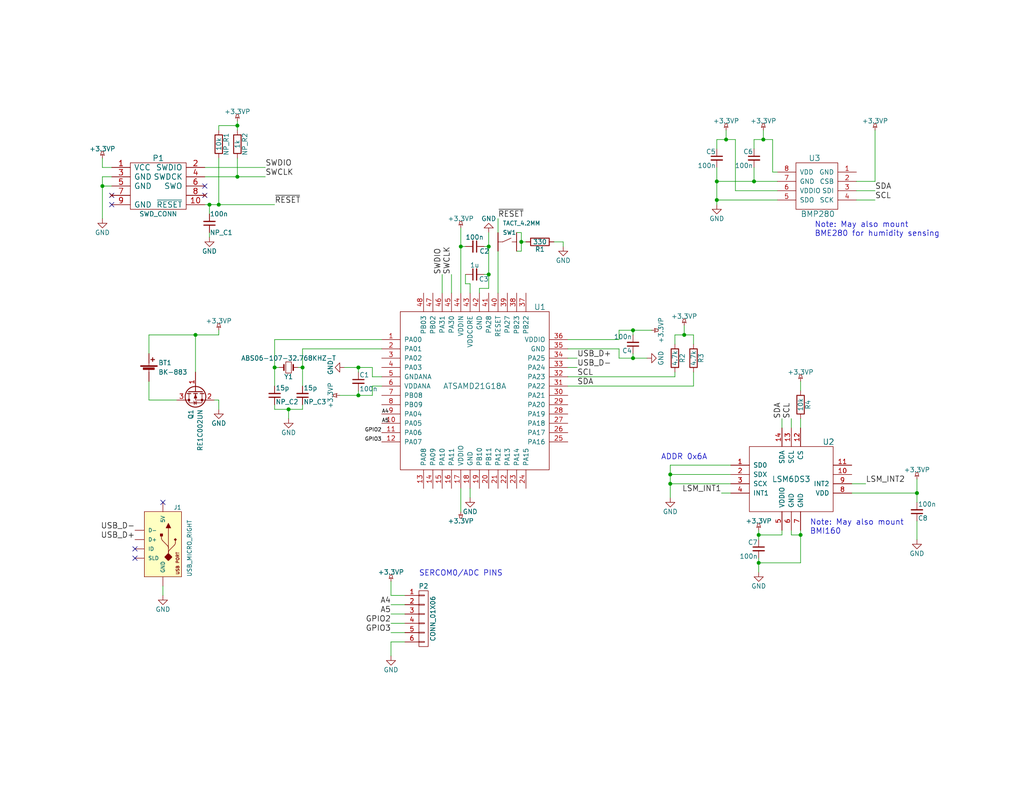
<source format=kicad_sch>
(kicad_sch (version 20230121) (generator eeschema)
  (paper "USLetter")
  (lib_symbols
    (symbol "rocket-d21-rescue:+3.3VP" (power) (pin_names (offset 0))
      (property "Value" "+3.3VP" (at 0 2.54 0))
      (symbol "+3.3VP_0_0"
        (pin power_in line (at 0 0 90) (length 0) hide (name "+3.3VP") (number "1"))
      )
      (symbol "+3.3VP_0_1"
        (polyline (pts (xy 0 0) (xy 0 1.016) (xy 0 1.016)))
        (polyline (pts (xy 0.508 0.762) (xy 0 1.016) (xy -0.508 0.762) (xy -0.254 1.778) (xy 0.254 1.778) (xy 0.508 0.762) (xy 0.508 0.762)))
      )
    )
    (symbol "rocket-d21-rescue:ATSAMD21G" (pin_names (offset 1.016))
      (property "Reference" "U" (at 17.78 21.59 0))
      (property "Value" "ATSAMD21G" (at 0 0 0))
      (symbol "ATSAMD21G_0_1"
        (rectangle (start -20.32 20.32) (end 20.32 -22.86))
      )
      (symbol "ATSAMD21G_1_1"
        (pin input line (at -25.4 12.7 0) (length 5.08) (name "PA00") (number "1"))
        (pin input line (at -25.4 -10.16 0) (length 5.08) (name "PA05") (number "10"))
        (pin input line (at -25.4 -12.7 0) (length 5.08) (name "PA06") (number "11"))
        (pin input line (at -25.4 -15.24 0) (length 5.08) (name "PA07") (number "12"))
        (pin input line (at -13.97 -27.94 90) (length 5.08) (name "PA08") (number "13"))
        (pin input line (at -11.43 -27.94 90) (length 5.08) (name "PA09") (number "14"))
        (pin input line (at -8.89 -27.94 90) (length 5.08) (name "PA10") (number "15"))
        (pin input line (at -6.35 -27.94 90) (length 5.08) (name "PA11") (number "16"))
        (pin input line (at -3.81 -27.94 90) (length 5.08) (name "VDDIO") (number "17"))
        (pin input line (at -1.27 -27.94 90) (length 5.08) (name "GND") (number "18"))
        (pin input line (at 1.27 -27.94 90) (length 5.08) (name "PB10") (number "19"))
        (pin input line (at -25.4 10.16 0) (length 5.08) (name "PA01") (number "2"))
        (pin input line (at 3.81 -27.94 90) (length 5.08) (name "PB11") (number "20"))
        (pin input line (at 6.35 -27.94 90) (length 5.08) (name "PA12") (number "21"))
        (pin input line (at 8.89 -27.94 90) (length 5.08) (name "PA13") (number "22"))
        (pin input line (at 11.43 -27.94 90) (length 5.08) (name "PA14") (number "23"))
        (pin input line (at 13.97 -27.94 90) (length 5.08) (name "PA15") (number "24"))
        (pin input line (at 25.4 -15.24 180) (length 5.08) (name "PA16") (number "25"))
        (pin input line (at 25.4 -12.7 180) (length 5.08) (name "PA17") (number "26"))
        (pin input line (at 25.4 -10.16 180) (length 5.08) (name "PA18") (number "27"))
        (pin input line (at 25.4 -7.62 180) (length 5.08) (name "PA19") (number "28"))
        (pin input line (at 25.4 -5.08 180) (length 5.08) (name "PA20") (number "29"))
        (pin input line (at -25.4 7.62 0) (length 5.08) (name "PA02") (number "3"))
        (pin input line (at 25.4 -2.54 180) (length 5.08) (name "PA21") (number "30"))
        (pin input line (at 25.4 0 180) (length 5.08) (name "PA22") (number "31"))
        (pin input line (at 25.4 2.54 180) (length 5.08) (name "PA23") (number "32"))
        (pin input line (at 25.4 5.08 180) (length 5.08) (name "PA24") (number "33"))
        (pin input line (at 25.4 7.62 180) (length 5.08) (name "PA25") (number "34"))
        (pin input line (at 25.4 10.16 180) (length 5.08) (name "GND") (number "35"))
        (pin input line (at 25.4 12.7 180) (length 5.08) (name "VDDIO") (number "36"))
        (pin input line (at 13.97 25.4 270) (length 5.08) (name "PB22") (number "37"))
        (pin input line (at 11.43 25.4 270) (length 5.08) (name "PB23") (number "38"))
        (pin input line (at 8.89 25.4 270) (length 5.08) (name "PA27") (number "39"))
        (pin input line (at -25.4 5.08 0) (length 5.08) (name "PA03") (number "4"))
        (pin input line (at 6.35 25.4 270) (length 5.08) (name "RESET") (number "40"))
        (pin input line (at 3.81 25.4 270) (length 5.08) (name "PA28") (number "41"))
        (pin input line (at 1.27 25.4 270) (length 5.08) (name "GND") (number "42"))
        (pin input line (at -1.27 25.4 270) (length 5.08) (name "VDDCORE") (number "43"))
        (pin input line (at -3.81 25.4 270) (length 5.08) (name "VDDIN") (number "44"))
        (pin input line (at -6.35 25.4 270) (length 5.08) (name "PA30") (number "45"))
        (pin input line (at -8.89 25.4 270) (length 5.08) (name "PA31") (number "46"))
        (pin input line (at -11.43 25.4 270) (length 5.08) (name "PB02") (number "47"))
        (pin input line (at -13.97 25.4 270) (length 5.08) (name "PB03") (number "48"))
        (pin input line (at -25.4 2.54 0) (length 5.08) (name "GNDANA") (number "5"))
        (pin input line (at -25.4 0 0) (length 5.08) (name "VDDANA") (number "6"))
        (pin input line (at -25.4 -2.54 0) (length 5.08) (name "PB08") (number "7"))
        (pin input line (at -25.4 -5.08 0) (length 5.08) (name "PB09") (number "8"))
        (pin input line (at -25.4 -7.62 0) (length 5.08) (name "PA04") (number "9"))
      )
    )
    (symbol "rocket-d21-rescue:BMP280" (pin_names (offset 1.016))
      (property "Reference" "U" (at 0 7.62 0))
      (property "Value" "BMP280" (at -3.81 -7.62 0))
      (symbol "BMP280_0_1"
        (rectangle (start -5.08 6.35) (end 6.35 -6.35))
      )
      (symbol "BMP280_1_1"
        (pin input line (at 11.43 3.81 180) (length 5.08) (name "GND") (number "1"))
        (pin input line (at 11.43 1.27 180) (length 5.08) (name "CSB") (number "2"))
        (pin input line (at 11.43 -1.27 180) (length 5.08) (name "SDI") (number "3"))
        (pin input line (at 11.43 -3.81 180) (length 5.08) (name "SCK") (number "4"))
        (pin input line (at -10.16 -3.81 0) (length 5.08) (name "SDO") (number "5"))
        (pin input line (at -10.16 -1.27 0) (length 5.08) (name "VDDIO") (number "6"))
        (pin input line (at -10.16 1.27 0) (length 5.08) (name "GND") (number "7"))
        (pin input line (at -10.16 3.81 0) (length 5.08) (name "VDD") (number "8"))
      )
    )
    (symbol "rocket-d21-rescue:Battery_Cell" (pin_numbers hide) (pin_names (offset 0) hide)
      (property "Reference" "BT" (at 2.54 2.54 0))
      (property "Value" "Battery_Cell" (at 2.54 0 0))
      (symbol "Battery_Cell_0_1"
        (rectangle (start -2.286 1.778) (end 2.286 1.524) (fill (type outline)))
        (rectangle (start -1.5748 1.1938) (end 1.4732 0.6858) (fill (type outline)))
        (polyline (pts (xy 0 0.762) (xy 0 0)))
        (polyline (pts (xy 0 1.778) (xy 0 2.54)))
        (polyline (pts (xy 0.508 3.429) (xy 1.524 3.429)) (stroke (width 0.254)))
        (polyline (pts (xy 1.016 3.937) (xy 1.016 2.921)) (stroke (width 0.254)))
      )
      (symbol "Battery_Cell_1_1"
        (pin passive line (at 0 5.08 270) (length 2.54) (name "+") (number "1"))
        (pin passive line (at 0 -2.54 90) (length 2.54) (name "-") (number "2"))
      )
    )
    (symbol "rocket-d21-rescue:CONN_01X06" (pin_names (offset 1.016) hide)
      (property "Reference" "P" (at 0 8.89 0))
      (property "Value" "CONN_01X06" (at 2.54 0 90))
      (symbol "CONN_01X06_0_1"
        (rectangle (start -1.27 -6.223) (end 0.254 -6.477))
        (rectangle (start -1.27 -3.683) (end 0.254 -3.937))
        (rectangle (start -1.27 -1.143) (end 0.254 -1.397))
        (rectangle (start -1.27 1.397) (end 0.254 1.143))
        (rectangle (start -1.27 3.937) (end 0.254 3.683))
        (rectangle (start -1.27 6.477) (end 0.254 6.223))
        (rectangle (start -1.27 7.62) (end 1.27 -7.62))
      )
      (symbol "CONN_01X06_1_1"
        (pin passive line (at -5.08 6.35 0) (length 3.81) (name "P1") (number "1"))
        (pin passive line (at -5.08 3.81 0) (length 3.81) (name "P2") (number "2"))
        (pin passive line (at -5.08 1.27 0) (length 3.81) (name "P3") (number "3"))
        (pin passive line (at -5.08 -1.27 0) (length 3.81) (name "P4") (number "4"))
        (pin passive line (at -5.08 -3.81 0) (length 3.81) (name "P5") (number "5"))
        (pin passive line (at -5.08 -6.35 0) (length 3.81) (name "P6") (number "6"))
      )
    )
    (symbol "rocket-d21-rescue:C_Small" (pin_numbers hide) (pin_names (offset 0.254) hide)
      (property "Reference" "C" (at 0.254 1.778 0))
      (property "Value" "C_Small" (at 0.254 -2.032 0))
      (symbol "C_Small_0_1"
        (polyline (pts (xy -1.524 -0.508) (xy 1.524 -0.508)) (stroke (width 0.3302)))
        (polyline (pts (xy -1.524 0.508) (xy 1.524 0.508)) (stroke (width 0.3048)))
      )
      (symbol "C_Small_1_1"
        (pin passive line (at 0 2.54 270) (length 2.032) (name "~") (number "1"))
        (pin passive line (at 0 -2.54 90) (length 2.032) (name "~") (number "2"))
      )
    )
    (symbol "rocket-d21-rescue:Crystal_Small" (pin_numbers hide) (pin_names (offset 1.016) hide)
      (property "Reference" "Y" (at 0 2.54 0))
      (property "Value" "Crystal_Small" (at 0 -2.54 0))
      (symbol "Crystal_Small_0_1"
        (rectangle (start -0.762 -1.524) (end 0.762 1.524))
        (polyline (pts (xy -1.27 -0.762) (xy -1.27 0.762)) (stroke (width 0.381)))
        (polyline (pts (xy 1.27 -0.762) (xy 1.27 0.762)) (stroke (width 0.381)))
      )
      (symbol "Crystal_Small_1_1"
        (pin passive line (at -2.54 0 0) (length 1.27) (name "1") (number "1"))
        (pin passive line (at 2.54 0 180) (length 1.27) (name "2") (number "2"))
      )
    )
    (symbol "rocket-d21-rescue:GND" (power) (pin_names (offset 0))
      (property "Value" "GND" (at 0 -3.81 0))
      (symbol "GND_0_1"
        (polyline (pts (xy 0 0) (xy 0 -1.27) (xy 1.27 -1.27) (xy 0 -2.54) (xy -1.27 -1.27) (xy 0 -1.27)))
      )
      (symbol "GND_1_1"
        (pin power_in line (at 0 0 270) (length 0) hide (name "GND") (number "1"))
      )
    )
    (symbol "rocket-d21-rescue:LSM6DS3" (pin_names (offset 1.016))
      (property "Reference" "U" (at 8.89 8.89 0))
      (property "Value" "LSM6DS3" (at -1.27 -1.27 0))
      (symbol "LSM6DS3_0_1"
        (rectangle (start -12.7 7.62) (end 10.16 -10.16))
      )
      (symbol "LSM6DS3_1_1"
        (pin input line (at -17.78 2.54 0) (length 5.08) (name "SD0") (number "1"))
        (pin input line (at 15.24 0 180) (length 5.08) (name "~") (number "10"))
        (pin input line (at 15.24 2.54 180) (length 5.08) (name "~") (number "11"))
        (pin input line (at 1.27 12.7 270) (length 5.08) (name "CS") (number "12"))
        (pin input line (at -1.27 12.7 270) (length 5.08) (name "SCL") (number "13"))
        (pin input line (at -3.81 12.7 270) (length 5.08) (name "SDA") (number "14"))
        (pin input line (at -17.78 0 0) (length 5.08) (name "SDX") (number "2"))
        (pin input line (at -17.78 -2.54 0) (length 5.08) (name "SCX") (number "3"))
        (pin input line (at -17.78 -5.08 0) (length 5.08) (name "INT1") (number "4"))
        (pin input line (at -3.81 -15.24 90) (length 5.08) (name "VDDIO") (number "5"))
        (pin input line (at -1.27 -15.24 90) (length 5.08) (name "GND") (number "6"))
        (pin input line (at 1.27 -15.24 90) (length 5.08) (name "GND") (number "7"))
        (pin input line (at 15.24 -5.08 180) (length 5.08) (name "VDD") (number "8"))
        (pin input line (at 15.24 -2.54 180) (length 5.08) (name "INT2") (number "9"))
      )
    )
    (symbol "rocket-d21-rescue:Q_NMOS_GSD" (pin_names (offset 0) hide)
      (property "Reference" "Q" (at 5.08 1.27 0))
      (property "Value" "Q_NMOS_GSD" (at 5.08 -1.27 0))
      (symbol "Q_NMOS_GSD_0_1"
        (polyline (pts (xy 0.762 -1.778) (xy 2.54 -1.778)))
        (polyline (pts (xy 0.762 -1.27) (xy 0.762 -2.286)) (stroke (width 0.254)))
        (polyline (pts (xy 0.762 0) (xy 2.54 0)))
        (polyline (pts (xy 0.762 0.508) (xy 0.762 -0.508)) (stroke (width 0.254)))
        (polyline (pts (xy 0.762 1.778) (xy 2.54 1.778)))
        (polyline (pts (xy 0.762 2.286) (xy 0.762 1.27)) (stroke (width 0.254)))
        (polyline (pts (xy 2.54 -1.778) (xy 2.54 -2.54)))
        (polyline (pts (xy 2.54 -1.778) (xy 2.54 0)))
        (polyline (pts (xy 2.54 2.54) (xy 2.54 1.778)))
        (polyline (pts (xy 0.254 1.905) (xy 0.254 -1.905) (xy 0.254 -1.905)) (stroke (width 0.254)))
        (polyline (pts (xy 1.016 0) (xy 2.032 0.381) (xy 2.032 -0.381) (xy 1.016 0)) (fill (type outline)))
        (polyline (pts (xy 2.54 -1.778) (xy 3.302 -1.778) (xy 3.302 1.778) (xy 2.54 1.778)))
        (polyline (pts (xy 2.794 0.508) (xy 2.921 0.381) (xy 3.683 0.381) (xy 3.81 0.254)))
        (polyline (pts (xy 3.302 0.381) (xy 2.921 -0.254) (xy 3.683 -0.254) (xy 3.302 0.381)))
        (circle (center 1.651 0) (radius 2.8194) (stroke (width 0.254)))
        (circle (center 2.54 -1.778) (radius 0.2794) (fill (type outline)))
        (circle (center 2.54 1.778) (radius 0.2794) (fill (type outline)))
      )
      (symbol "Q_NMOS_GSD_1_1"
        (pin input line (at -5.08 0 0) (length 5.334) (name "G") (number "1"))
        (pin passive line (at 2.54 -5.08 90) (length 2.54) (name "S") (number "2"))
        (pin passive line (at 2.54 5.08 270) (length 2.54) (name "D") (number "3"))
      )
    )
    (symbol "rocket-d21-rescue:R" (pin_numbers hide) (pin_names (offset 0))
      (property "Reference" "R" (at 2.032 0 90))
      (property "Value" "R" (at 0 0 90))
      (symbol "R_0_1"
        (rectangle (start -1.016 -2.54) (end 1.016 2.54) (stroke (width 0.254)))
      )
      (symbol "R_1_1"
        (pin passive line (at 0 3.81 270) (length 1.27) (name "~") (number "1"))
        (pin passive line (at 0 -3.81 90) (length 1.27) (name "~") (number "2"))
      )
    )
    (symbol "rocket-d21-rescue:SWD_CONN-RESCUE-rocket-d21" (pin_names (offset 1.016))
      (property "Reference" "P" (at 0 7.62 0))
      (property "Value" "SWD_CONN-RESCUE-rocket-d21" (at 0 -7.62 0))
      (symbol "SWD_CONN-RESCUE-rocket-d21_0_0"
        (rectangle (start -7.62 6.35) (end 7.62 -6.35))
      )
      (symbol "SWD_CONN-RESCUE-rocket-d21_1_1"
        (pin passive line (at -12.7 5.08 0) (length 5.08) (name "VCC") (number "1"))
        (pin passive line (at 12.7 -5.08 180) (length 5.08) (name "~{RESET}") (number "10"))
        (pin passive line (at 12.7 5.08 180) (length 5.08) (name "SWDIO") (number "2"))
        (pin passive line (at -12.7 2.54 0) (length 5.08) (name "GND") (number "3"))
        (pin passive line (at 12.7 2.54 180) (length 5.0038) (name "SWDCK") (number "4"))
        (pin passive line (at -12.7 0 0) (length 5.08) (name "GND") (number "5"))
        (pin passive line (at 12.7 0 180) (length 5.08) (name "SWO") (number "6"))
        (pin no_connect line (at -12.7 -2.54 0) (length 5.08) (name "~") (number "7"))
        (pin no_connect line (at 12.7 -2.54 180) (length 5.08) (name "~") (number "8"))
        (pin passive line (at -12.7 -5.08 0) (length 5.08) (name "GND") (number "9"))
      )
    )
    (symbol "rocket-d21-rescue:TACT_4.2MM" (pin_numbers hide) (pin_names (offset 1.016) hide)
      (property "Reference" "SW" (at -2.794 7.112 0))
      (property "Value" "TACT_4.2MM" (at -2.794 5.334 0))
      (symbol "TACT_4.2MM_1_0"
        (polyline (pts (xy -2.54 2.54) (xy 0 2.54)))
        (polyline (pts (xy 0 -2.54) (xy -2.54 -2.54)))
        (polyline (pts (xy 0 -2.54) (xy 0 -1.27)))
        (polyline (pts (xy 0 -1.27) (xy -1.016 1.016)))
        (polyline (pts (xy 0 2.54) (xy 0 1.27)))
        (polyline (pts (xy 0 2.54) (xy 2.54 2.54)))
        (polyline (pts (xy 2.54 -2.54) (xy 0 -2.54)))
      )
      (symbol "TACT_4.2MM_1_1"
        (pin bidirectional line (at -2.54 2.54 0) (length 2.54) (name "1") (number "1"))
        (pin bidirectional line (at 2.54 2.54 180) (length 2.54) (name "2") (number "2"))
        (pin bidirectional line (at -2.54 -2.54 0) (length 2.54) (name "3") (number "3"))
        (pin bidirectional line (at 2.54 -2.54 180) (length 2.54) (name "4") (number "4"))
      )
    )
    (symbol "rocket-d21-rescue:USB_MICRO_RIGHT" (pin_numbers hide) (pin_names (offset 1.016))
      (property "Reference" "J" (at -5.08 8.128 0))
      (property "Value" "USB_MICRO_RIGHT" (at -6.604 -10.16 90))
      (symbol "USB_MICRO_RIGHT_0_1"
        (rectangle (start -5.08 7.62) (end 5.08 -10.16) (fill (type background)))
      )
      (symbol "USB_MICRO_RIGHT_1_0"
        (polyline (pts (xy -3.4036 0) (xy -3.4036 -0.8382)))
        (polyline (pts (xy -3.0988 -1.5494) (xy -1.778 -2.8702)))
        (polyline (pts (xy -1.4986 -3.81) (xy -1.4986 -3.5814)))
        (polyline (pts (xy -1.4986 -3.5814) (xy -1.4986 -2.3114)))
        (polyline (pts (xy -1.4986 -2.3114) (xy -1.4986 3.175)))
        (polyline (pts (xy 0.1016 -0.2794) (xy -1.1938 -1.6002)))
        (polyline (pts (xy 0.4064 1.27) (xy 0.4064 0.4064)))
        (text "USB PORT" (at -4.0386 -6.4516 900) (effects (font (size 0.8128 0.8128))))
      )
      (symbol "USB_MICRO_RIGHT_1_1"
        (arc (start -3.4036 -0.8382) (mid -3.3263 -1.227) (end -3.0988 -1.5494))
        (arc (start -1.4986 -3.5814) (mid -1.5726 -3.2008) (end -1.778 -2.8702))
        (arc (start -1.1938 -1.6002) (mid -1.4118 -1.9265) (end -1.4986 -2.3114))
        (polyline (pts (xy -2.1336 3.175) (xy -1.4986 4.445) (xy -1.4986 4.445) (xy -0.8636 3.175) (xy -0.8636 3.175) (xy -2.1336 3.175)) (fill (type outline)))
        (polyline (pts (xy -3.4036 0.3048) (xy -3.0734 0) (xy -3.0734 0) (xy -3.4036 -0.3048) (xy -3.4036 -0.3048) (xy -3.7084 0) (xy -3.7084 0) (xy -3.4036 0.3048)) (fill (type outline)))
        (polyline (pts (xy 0.0762 1.5748) (xy 0.0762 0.9398) (xy 0.0762 0.9398) (xy 0.7112 0.9398) (xy 0.7112 0.9398) (xy 0.7112 1.5748) (xy 0.7112 1.5748) (xy 0.0762 1.5748)) (fill (type outline)))
        (polyline (pts (xy -1.4224 -5.715) (xy -1.5494 -5.715) (xy -1.5494 -5.715) (xy -2.4384 -4.826) (xy -2.4384 -4.826) (xy -2.4384 -4.699) (xy -2.4384 -4.699) (xy -1.5494 -3.81) (xy -1.5494 -3.81) (xy -1.4224 -3.81) (xy -1.4224 -3.81) (xy -0.5334 -4.699) (xy -0.5334 -4.699) (xy -0.5334 -4.826) (xy -0.5334 -4.826) (xy -1.4224 -5.715)) (fill (type outline)))
        (arc (start 0.1016 -0.2794) (mid 0.3066 0.0366) (end 0.4064 0.4064))
        (pin power_in line (at 0 10.16 270) (length 2.54) (name "5V") (number "1"))
        (pin bidirectional line (at 7.62 2.54 180) (length 2.54) (name "D-") (number "2"))
        (pin bidirectional line (at 7.62 0 180) (length 2.54) (name "D+") (number "3"))
        (pin bidirectional line (at 7.62 -2.54 180) (length 2.54) (name "ID") (number "4"))
        (pin power_in line (at 0 -12.7 90) (length 2.54) (name "GND") (number "5"))
        (pin power_in line (at 7.62 -5.08 180) (length 2.54) (name "SLD") (number "S1"))
        (pin power_in line (at 7.62 -5.08 180) (length 2.54) hide (name "SLD") (number "S2"))
        (pin power_in line (at 7.62 -5.08 180) (length 2.54) hide (name "SLD") (number "S3"))
        (pin power_in line (at 7.62 -5.08 180) (length 2.54) hide (name "SLD") (number "S4"))
        (pin power_in line (at 7.62 -5.08 180) (length 2.54) hide (name "SLD") (number "S5"))
        (pin power_in line (at 7.62 -5.08 180) (length 2.54) hide (name "SLD") (number "S6"))
      )
    )
  )
  (junction (at 198.12 38.1))
  (junction (at 195.58 54.61))
  (junction (at 57.15 55.88))
  (junction (at 250.19 134.62))
  (junction (at 182.88 132.08))
  (junction (at 208.28 38.1))
  (junction (at 205.74 49.53))
  (junction (at 74.93 100.33))
  (junction (at 133.35 74.93))
  (junction (at 64.77 34.29))
  (junction (at 172.72 97.79))
  (junction (at 207.01 146.05))
  (junction (at 97.79 100.33))
  (junction (at 82.55 100.33))
  (junction (at 207.01 153.67))
  (junction (at 59.69 55.88))
  (junction (at 125.73 67.31))
  (junction (at 133.35 67.31))
  (junction (at 172.72 90.17))
  (junction (at 27.94 50.8))
  (junction (at 186.69 91.44))
  (junction (at 195.58 49.53))
  (junction (at 142.24 66.04))
  (junction (at 53.34 91.44))
  (junction (at 64.77 48.26))
  (junction (at 182.88 129.54))
  (junction (at 218.44 146.05))
  (junction (at 78.74 111.76))
  (junction (at 97.79 107.95))
  (no_connect (at 30.48 53.34))
  (no_connect (at 30.48 55.88))
  (no_connect (at 36.83 152.4))
  (no_connect (at 44.45 137.16))
  (no_connect (at 36.83 149.86))
  (no_connect (at 55.88 53.34))
  (no_connect (at 55.88 50.8))
  (wire (pts (xy 30.48 48.26) (xy 27.94 48.26)))
  (wire (pts (xy 168.91 90.17) (xy 172.72 90.17)))
  (wire (pts (xy 186.69 91.44) (xy 189.23 91.44)))
  (wire (pts (xy 205.74 38.1) (xy 205.74 40.64)))
  (wire (pts (xy 215.9 144.78) (xy 215.9 146.05)))
  (wire (pts (xy 44.45 160.02) (xy 44.45 162.56)))
  (wire (pts (xy 104.14 105.41) (xy 101.6 105.41)))
  (wire (pts (xy 125.73 62.23) (xy 125.73 67.31)))
  (wire (pts (xy 27.94 43.18) (xy 27.94 45.72)))
  (wire (pts (xy 59.69 109.22) (xy 59.69 111.76)))
  (wire (pts (xy 128.27 77.47) (xy 127 77.47)))
  (wire (pts (xy 59.69 91.44) (xy 59.69 90.17)))
  (wire (pts (xy 82.55 100.33) (xy 82.55 105.41)))
  (wire (pts (xy 64.77 48.26) (xy 72.39 48.26)))
  (wire (pts (xy 110.49 167.64) (xy 106.68 167.64)))
  (wire (pts (xy 218.44 146.05) (xy 218.44 153.67)))
  (wire (pts (xy 215.9 114.3) (xy 215.9 116.84)))
  (wire (pts (xy 97.79 107.95) (xy 97.79 106.68)))
  (wire (pts (xy 212.09 52.07) (xy 200.66 52.07)))
  (wire (pts (xy 168.91 95.25) (xy 168.91 97.79)))
  (wire (pts (xy 213.36 146.05) (xy 213.36 144.78)))
  (wire (pts (xy 172.72 96.52) (xy 172.72 97.79)))
  (wire (pts (xy 143.51 66.04) (xy 142.24 66.04)))
  (wire (pts (xy 64.77 33.02) (xy 64.77 34.29)))
  (wire (pts (xy 195.58 49.53) (xy 195.58 54.61)))
  (wire (pts (xy 218.44 153.67) (xy 207.01 153.67)))
  (wire (pts (xy 57.15 58.42) (xy 57.15 55.88)))
  (wire (pts (xy 250.19 147.32) (xy 250.19 142.24)))
  (wire (pts (xy 74.93 92.71) (xy 104.14 92.71)))
  (wire (pts (xy 130.81 78.74) (xy 130.81 80.01)))
  (wire (pts (xy 218.44 106.68) (xy 218.44 104.14)))
  (wire (pts (xy 128.27 80.01) (xy 128.27 77.47)))
  (wire (pts (xy 110.49 162.56) (xy 106.68 162.56)))
  (wire (pts (xy 218.44 116.84) (xy 218.44 114.3)))
  (wire (pts (xy 133.35 78.74) (xy 130.81 78.74)))
  (wire (pts (xy 238.76 35.56) (xy 238.76 49.53)))
  (wire (pts (xy 74.93 110.49) (xy 74.93 111.76)))
  (wire (pts (xy 57.15 55.88) (xy 59.69 55.88)))
  (wire (pts (xy 78.74 111.76) (xy 78.74 114.3)))
  (wire (pts (xy 184.15 93.98) (xy 184.15 91.44)))
  (wire (pts (xy 153.67 66.04) (xy 151.13 66.04)))
  (wire (pts (xy 212.09 46.99) (xy 210.82 46.99)))
  (wire (pts (xy 27.94 50.8) (xy 30.48 50.8)))
  (wire (pts (xy 195.58 54.61) (xy 212.09 54.61)))
  (wire (pts (xy 142.24 68.58) (xy 140.97 68.58)))
  (wire (pts (xy 172.72 90.17) (xy 177.8 90.17)))
  (wire (pts (xy 127 77.47) (xy 127 74.93)))
  (wire (pts (xy 250.19 130.81) (xy 250.19 134.62)))
  (wire (pts (xy 76.2 100.33) (xy 74.93 100.33)))
  (wire (pts (xy 182.88 127) (xy 182.88 129.54)))
  (wire (pts (xy 189.23 105.41) (xy 189.23 101.6)))
  (wire (pts (xy 128.27 135.89) (xy 128.27 133.35)))
  (wire (pts (xy 154.94 105.41) (xy 189.23 105.41)))
  (wire (pts (xy 82.55 111.76) (xy 82.55 110.49)))
  (wire (pts (xy 101.6 102.87) (xy 104.14 102.87)))
  (wire (pts (xy 154.94 102.87) (xy 184.15 102.87)))
  (wire (pts (xy 195.58 54.61) (xy 195.58 55.88)))
  (wire (pts (xy 207.01 146.05) (xy 213.36 146.05)))
  (wire (pts (xy 59.69 34.29) (xy 64.77 34.29)))
  (wire (pts (xy 182.88 129.54) (xy 199.39 129.54)))
  (wire (pts (xy 208.28 38.1) (xy 205.74 38.1)))
  (wire (pts (xy 53.34 91.44) (xy 53.34 101.6)))
  (wire (pts (xy 40.64 91.44) (xy 53.34 91.44)))
  (wire (pts (xy 238.76 49.53) (xy 233.68 49.53)))
  (wire (pts (xy 101.6 100.33) (xy 101.6 102.87)))
  (wire (pts (xy 97.79 101.6) (xy 97.79 100.33)))
  (wire (pts (xy 27.94 50.8) (xy 27.94 59.69)))
  (wire (pts (xy 205.74 45.72) (xy 205.74 49.53)))
  (wire (pts (xy 135.89 63.5) (xy 135.89 59.69)))
  (wire (pts (xy 218.44 144.78) (xy 218.44 146.05)))
  (wire (pts (xy 142.24 63.5) (xy 142.24 66.04)))
  (wire (pts (xy 232.41 134.62) (xy 250.19 134.62)))
  (wire (pts (xy 110.49 172.72) (xy 106.68 172.72)))
  (wire (pts (xy 133.35 67.31) (xy 133.35 74.93)))
  (wire (pts (xy 120.65 80.01) (xy 120.65 74.93)))
  (wire (pts (xy 168.91 97.79) (xy 172.72 97.79)))
  (wire (pts (xy 64.77 34.29) (xy 64.77 35.56)))
  (wire (pts (xy 182.88 132.08) (xy 199.39 132.08)))
  (wire (pts (xy 82.55 95.25) (xy 82.55 100.33)))
  (wire (pts (xy 97.79 107.95) (xy 92.71 107.95)))
  (wire (pts (xy 40.64 109.22) (xy 40.64 104.14)))
  (wire (pts (xy 74.93 111.76) (xy 78.74 111.76)))
  (wire (pts (xy 106.68 175.26) (xy 106.68 179.07)))
  (wire (pts (xy 233.68 52.07) (xy 238.76 52.07)))
  (wire (pts (xy 55.88 55.88) (xy 57.15 55.88)))
  (wire (pts (xy 189.23 91.44) (xy 189.23 93.98)))
  (wire (pts (xy 232.41 132.08) (xy 236.22 132.08)))
  (wire (pts (xy 200.66 38.1) (xy 198.12 38.1)))
  (wire (pts (xy 55.88 48.26) (xy 64.77 48.26)))
  (wire (pts (xy 157.48 97.79) (xy 154.94 97.79)))
  (wire (pts (xy 210.82 38.1) (xy 208.28 38.1)))
  (wire (pts (xy 154.94 92.71) (xy 168.91 92.71)))
  (wire (pts (xy 97.79 100.33) (xy 101.6 100.33)))
  (wire (pts (xy 207.01 153.67) (xy 207.01 156.21)))
  (wire (pts (xy 250.19 134.62) (xy 250.19 137.16)))
  (wire (pts (xy 157.48 100.33) (xy 154.94 100.33)))
  (wire (pts (xy 74.93 100.33) (xy 74.93 105.41)))
  (wire (pts (xy 168.91 92.71) (xy 168.91 90.17)))
  (wire (pts (xy 210.82 46.99) (xy 210.82 38.1)))
  (wire (pts (xy 27.94 48.26) (xy 27.94 50.8)))
  (wire (pts (xy 195.58 38.1) (xy 195.58 40.64)))
  (wire (pts (xy 205.74 49.53) (xy 212.09 49.53)))
  (wire (pts (xy 59.69 35.56) (xy 59.69 34.29)))
  (wire (pts (xy 196.85 134.62) (xy 199.39 134.62)))
  (wire (pts (xy 57.15 63.5) (xy 57.15 64.77)))
  (wire (pts (xy 172.72 90.17) (xy 172.72 91.44)))
  (wire (pts (xy 59.69 55.88) (xy 74.93 55.88)))
  (wire (pts (xy 101.6 105.41) (xy 101.6 107.95)))
  (wire (pts (xy 198.12 38.1) (xy 195.58 38.1)))
  (wire (pts (xy 133.35 63.5) (xy 133.35 67.31)))
  (wire (pts (xy 53.34 91.44) (xy 59.69 91.44)))
  (wire (pts (xy 59.69 43.18) (xy 59.69 55.88)))
  (wire (pts (xy 125.73 67.31) (xy 125.73 80.01)))
  (wire (pts (xy 140.97 63.5) (xy 142.24 63.5)))
  (wire (pts (xy 132.08 67.31) (xy 133.35 67.31)))
  (wire (pts (xy 215.9 146.05) (xy 218.44 146.05)))
  (wire (pts (xy 58.42 109.22) (xy 59.69 109.22)))
  (wire (pts (xy 101.6 107.95) (xy 97.79 107.95)))
  (wire (pts (xy 74.93 92.71) (xy 74.93 100.33)))
  (wire (pts (xy 106.68 162.56) (xy 106.68 158.75)))
  (wire (pts (xy 48.26 109.22) (xy 40.64 109.22)))
  (wire (pts (xy 125.73 139.7) (xy 125.73 133.35)))
  (wire (pts (xy 200.66 52.07) (xy 200.66 38.1)))
  (wire (pts (xy 110.49 175.26) (xy 106.68 175.26)))
  (wire (pts (xy 110.49 170.18) (xy 106.68 170.18)))
  (wire (pts (xy 154.94 95.25) (xy 168.91 95.25)))
  (wire (pts (xy 208.28 35.56) (xy 208.28 38.1)))
  (wire (pts (xy 27.94 45.72) (xy 30.48 45.72)))
  (wire (pts (xy 184.15 91.44) (xy 186.69 91.44)))
  (wire (pts (xy 82.55 95.25) (xy 104.14 95.25)))
  (wire (pts (xy 110.49 165.1) (xy 106.68 165.1)))
  (wire (pts (xy 153.67 67.31) (xy 153.67 66.04)))
  (wire (pts (xy 93.98 100.33) (xy 97.79 100.33)))
  (wire (pts (xy 207.01 152.4) (xy 207.01 153.67)))
  (wire (pts (xy 184.15 102.87) (xy 184.15 101.6)))
  (wire (pts (xy 133.35 74.93) (xy 133.35 78.74)))
  (wire (pts (xy 195.58 45.72) (xy 195.58 49.53)))
  (wire (pts (xy 64.77 48.26) (xy 64.77 43.18)))
  (wire (pts (xy 182.88 127) (xy 199.39 127)))
  (wire (pts (xy 233.68 54.61) (xy 238.76 54.61)))
  (wire (pts (xy 207.01 144.78) (xy 207.01 146.05)))
  (wire (pts (xy 142.24 66.04) (xy 142.24 68.58)))
  (wire (pts (xy 135.89 68.58) (xy 135.89 80.01)))
  (wire (pts (xy 123.19 80.01) (xy 123.19 74.93)))
  (wire (pts (xy 213.36 114.3) (xy 213.36 116.84)))
  (wire (pts (xy 195.58 49.53) (xy 205.74 49.53)))
  (wire (pts (xy 72.39 45.72) (xy 55.88 45.72)))
  (wire (pts (xy 40.64 91.44) (xy 40.64 96.52)))
  (wire (pts (xy 182.88 132.08) (xy 182.88 135.89)))
  (wire (pts (xy 182.88 129.54) (xy 182.88 132.08)))
  (wire (pts (xy 132.08 74.93) (xy 133.35 74.93)))
  (wire (pts (xy 198.12 35.56) (xy 198.12 38.1)))
  (wire (pts (xy 207.01 146.05) (xy 207.01 147.32)))
  (wire (pts (xy 186.69 91.44) (xy 186.69 88.9)))
  (wire (pts (xy 82.55 100.33) (xy 81.28 100.33)))
  (wire (pts (xy 78.74 111.76) (xy 82.55 111.76)))
  (wire (pts (xy 125.73 67.31) (xy 127 67.31)))
  (wire (pts (xy 172.72 97.79) (xy 176.53 97.79)))
  (text "Note: May also mount\nBMI160" (at 220.98 146.05 0) (effects (font (size 1.524 1.524)) (justify left bottom)))
  (text "ADDR 0x6A" (at 180.34 125.73 0) (effects (font (size 1.524 1.524)) (justify left bottom)))
  (text "SERCOM0/ADC PINS" (at 114.3 157.48 0) (effects (font (size 1.4986 1.4986)) (justify left bottom)))
  (text "Note: May also mount\nBME280 for humidity sensing" (at 222.25 64.77 0) (effects (font (size 1.524 1.524)) (justify left bottom)))
  (label "SDA" (at 238.76 52.07 0) (effects (font (size 1.524 1.524))))
  (label "USB_D-" (at 36.83 144.78 180) (effects (font (size 1.524 1.524))))
  (label "A5" (at 106.68 167.64 180) (effects (font (size 1.4986 1.4986))))
  (label "SCL" (at 215.9 114.3 90) (effects (font (size 1.524 1.524))))
  (label "GPIO3" (at 104.14 120.65 180) (effects (font (size 0.9906 0.9906))))
  (label "USB_D+" (at 157.48 97.79 0) (effects (font (size 1.524 1.524))))
  (label "LSM_INT2" (at 236.22 132.08 0) (effects (font (size 1.524 1.524))))
  (label "A5" (at 104.14 115.57 0) (effects (font (size 0.9906 0.9906))))
  (label "LSM_INT1" (at 196.85 134.62 180) (effects (font (size 1.524 1.524))))
  (label "SCL" (at 238.76 54.61 0) (effects (font (size 1.524 1.524))))
  (label "GPIO2" (at 106.68 170.18 180) (effects (font (size 1.4986 1.4986))))
  (label "A4" (at 106.68 165.1 180) (effects (font (size 1.4986 1.4986))))
  (label "GPIO3" (at 106.68 172.72 180) (effects (font (size 1.4986 1.4986))))
  (label "SCL" (at 157.48 102.87 0) (effects (font (size 1.524 1.524))))
  (label "SWDIO" (at 72.39 45.72 0) (effects (font (size 1.524 1.524))))
  (label "SDA" (at 213.36 114.3 90) (effects (font (size 1.524 1.524))))
  (label "SWCLK" (at 123.19 74.93 90) (effects (font (size 1.524 1.524))))
  (label "SWDIO" (at 120.65 74.93 90) (effects (font (size 1.524 1.524))))
  (label "~{RESET}" (at 135.89 59.69 0) (effects (font (size 1.524 1.524))))
  (label "GPIO2" (at 104.14 118.11 180) (effects (font (size 0.9906 0.9906))))
  (label "USB_D+" (at 36.83 147.32 180) (effects (font (size 1.524 1.524))))
  (label "SWCLK" (at 72.39 48.26 0) (effects (font (size 1.524 1.524))))
  (label "USB_D-" (at 157.48 100.33 0) (effects (font (size 1.524 1.524))))
  (label "A4" (at 104.14 113.03 0) (effects (font (size 0.9906 0.9906))))
  (label "~{RESET}" (at 74.93 55.88 0) (effects (font (size 1.524 1.524))))
  (label "SDA" (at 157.48 105.41 0) (effects (font (size 1.524 1.524))))
  (symbol (lib_id "rocket-d21-rescue:ATSAMD21G") (at 129.54 105.41 0) (unit 1)
    (property "Reference" "U1" (at 147.32 83.82 0) (effects (font (size 1.524 1.524))))
    (property "Value" "ATSAMD21G18A" (at 129.54 105.41 0) (effects (font (size 1.524 1.524))))
    (property "Footprint" "Housings_QFP:TQFP-48_7x7mm_Pitch0.5mm" (effects hide))
  )
  (symbol (lib_id "rocket-d21-rescue:Battery_Cell") (at 40.64 101.6 0) (unit 1)
    (property "Reference" "BT1" (at 43.18 99.06 0) (effects (justify left)))
    (property "Value" "BK-883" (at 43.18 101.6 0) (effects (justify left)))
    (property "Footprint" "robobits-generic:BK-833" (effects hide))
  )
  (symbol (lib_id "rocket-d21-rescue:SWD_CONN-RESCUE-rocket-d21") (at 43.18 50.8 0) (unit 1)
    (property "Reference" "P1" (at 43.18 43.18 0) (effects (font (size 1.524 1.524))))
    (property "Value" "SWD_CONN" (at 43.18 58.42 0))
    (property "Footprint" "Pin_Headers:Pin_Header_Straight_2x05_Pitch1.27mm" (effects hide))
  )
  (symbol (lib_id "rocket-d21-rescue:+3.3VP") (at 92.71 107.95 90) (unit 1)
    (property "Reference" "#PWR05" (effects hide))
    (property "Value" "+3.3VP" (at 90.17 107.95 0))
  )
  (symbol (lib_id "rocket-d21-rescue:+3.3VP") (at 59.69 90.17 0) (unit 1)
    (property "Reference" "#PWR04" (effects hide))
    (property "Value" "+3.3VP" (at 59.69 87.63 0))
  )
  (symbol (lib_id "rocket-d21-rescue:+3.3VP") (at 27.94 43.18 0) (unit 1)
    (property "Reference" "#PWR06" (effects hide))
    (property "Value" "+3.3VP" (at 27.94 40.64 0))
  )
  (symbol (lib_id "rocket-d21-rescue:GND") (at 27.94 59.69 0) (unit 1)
    (property "Reference" "#PWR01" (effects hide))
    (property "Value" "GND" (at 27.94 63.5 0))
  )
  (symbol (lib_id "rocket-d21-rescue:GND") (at 93.98 100.33 270) (mirror x) (unit 1)
    (property "Reference" "#PWR02" (effects hide))
    (property "Value" "GND" (at 90.17 100.33 0))
  )
  (symbol (lib_id "rocket-d21-rescue:GND") (at 128.27 135.89 0) (unit 1)
    (property "Reference" "#PWR03" (effects hide))
    (property "Value" "GND" (at 128.27 139.7 0))
  )
  (symbol (lib_id "rocket-d21-rescue:R") (at 64.77 39.37 0) (unit 1)
    (property "Reference" "NP_R2" (at 66.802 39.37 90))
    (property "Value" "1k" (at 64.77 39.37 90))
    (property "Footprint" "Resistors_SMD:R_0603" (effects hide))
  )
  (symbol (lib_id "rocket-d21-rescue:GND") (at 59.69 111.76 0) (unit 1)
    (property "Reference" "#PWR07" (effects hide))
    (property "Value" "GND" (at 59.69 115.57 0))
  )
  (symbol (lib_id "rocket-d21-rescue:+3.3VP") (at 64.77 33.02 0) (unit 1)
    (property "Reference" "#PWR08" (effects hide))
    (property "Value" "+3.3VP" (at 64.77 30.48 0))
  )
  (symbol (lib_id "rocket-d21-rescue:Q_NMOS_GSD") (at 53.34 106.68 90) (mirror x) (unit 1)
    (property "Reference" "Q1" (at 52.07 111.76 0) (effects (justify left)))
    (property "Value" "RE1C002UN" (at 54.61 111.76 0) (effects (justify left)))
    (property "Footprint" "robobits-generic:SOT-490" (effects hide))
  )
  (symbol (lib_id "rocket-d21-rescue:C_Small") (at 97.79 104.14 0) (unit 1)
    (property "Reference" "C1" (at 98.044 102.362 0) (effects (justify left)))
    (property "Value" "100n" (at 98.044 106.172 0) (effects (justify left)))
    (property "Footprint" "Capacitors_SMD:C_0603" (effects hide))
  )
  (symbol (lib_id "rocket-d21-rescue:GND") (at 133.35 63.5 180) (unit 1)
    (property "Reference" "#PWR09" (effects hide))
    (property "Value" "GND" (at 133.35 59.69 0))
  )
  (symbol (lib_id "rocket-d21-rescue:+3.3VP") (at 125.73 62.23 0) (unit 1)
    (property "Reference" "#PWR010" (effects hide))
    (property "Value" "+3.3VP" (at 125.73 59.69 0))
  )
  (symbol (lib_id "rocket-d21-rescue:C_Small") (at 129.54 67.31 270) (unit 1)
    (property "Reference" "C2" (at 130.81 68.58 90) (effects (justify left)))
    (property "Value" "100n" (at 127 64.77 90) (effects (justify left)))
    (property "Footprint" "Capacitors_SMD:C_0603" (effects hide))
  )
  (symbol (lib_id "rocket-d21-rescue:C_Small") (at 129.54 74.93 90) (unit 1)
    (property "Reference" "C3" (at 133.35 76.2 90) (effects (justify left)))
    (property "Value" "1u" (at 130.81 72.39 90) (effects (justify left)))
    (property "Footprint" "Capacitors_SMD:C_0603" (effects hide))
  )
  (symbol (lib_id "rocket-d21-rescue:GND") (at 176.53 97.79 90) (unit 1)
    (property "Reference" "#PWR011" (effects hide))
    (property "Value" "GND" (at 180.34 97.79 0))
  )
  (symbol (lib_id "rocket-d21-rescue:+3.3VP") (at 177.8 90.17 270) (unit 1)
    (property "Reference" "#PWR012" (effects hide))
    (property "Value" "+3.3VP" (at 180.34 90.17 0))
  )
  (symbol (lib_id "rocket-d21-rescue:C_Small") (at 172.72 93.98 180) (unit 1)
    (property "Reference" "C4" (at 172.466 95.758 0) (effects (justify left)))
    (property "Value" "100n" (at 172.466 91.948 0) (effects (justify left)))
    (property "Footprint" "Capacitors_SMD:C_0603" (effects hide))
  )
  (symbol (lib_id "rocket-d21-rescue:+3.3VP") (at 125.73 139.7 180) (unit 1)
    (property "Reference" "#PWR013" (effects hide))
    (property "Value" "+3.3VP" (at 125.73 142.24 0))
  )
  (symbol (lib_id "rocket-d21-rescue:Crystal_Small") (at 78.74 100.33 0) (mirror x) (unit 1)
    (property "Reference" "Y1" (at 78.74 102.87 0))
    (property "Value" "ABS06-107-32.768KHZ-T" (at 78.74 97.79 0))
    (property "Footprint" "Crystals:Crystal_SMD_MicroCrystal_CC8V-T1A-2pin_2.0x1.2mm" (effects hide))
  )
  (symbol (lib_id "rocket-d21-rescue:C_Small") (at 74.93 107.95 0) (mirror x) (unit 1)
    (property "Reference" "NP_C2" (at 75.184 109.728 0) (effects (justify left)))
    (property "Value" "15p" (at 75.184 105.918 0) (effects (justify left)))
    (property "Footprint" "Capacitors_SMD:C_0603" (effects hide))
  )
  (symbol (lib_id "rocket-d21-rescue:C_Small") (at 82.55 107.95 0) (mirror x) (unit 1)
    (property "Reference" "NP_C3" (at 82.804 109.728 0) (effects (justify left)))
    (property "Value" "15p" (at 82.804 105.918 0) (effects (justify left)))
    (property "Footprint" "Capacitors_SMD:C_0603" (effects hide))
  )
  (symbol (lib_id "rocket-d21-rescue:USB_MICRO_RIGHT") (at 44.45 147.32 0) (mirror y) (unit 1)
    (property "Reference" "J1" (at 49.53 139.192 0) (effects (font (size 1.143 1.143)) (justify left bottom)))
    (property "Value" "USB_MICRO_RIGHT" (at 51.054 157.48 90) (effects (font (size 1.143 1.143)) (justify left bottom)))
    (property "Footprint" "MF_Connectors:MF_Connectors-MICROUSB-RIGHT" (effects hide))
  )
  (symbol (lib_id "rocket-d21-rescue:GND") (at 44.45 162.56 0) (unit 1)
    (property "Reference" "#PWR014" (effects hide))
    (property "Value" "GND" (at 44.45 166.37 0))
  )
  (symbol (lib_id "rocket-d21-rescue:GND") (at 78.74 114.3 0) (unit 1)
    (property "Reference" "#PWR015" (effects hide))
    (property "Value" "GND" (at 78.74 118.11 0))
  )
  (symbol (lib_id "rocket-d21-rescue:C_Small") (at 57.15 60.96 180) (unit 1)
    (property "Reference" "NP_C1" (at 63.5 63.5 0) (effects (justify left)))
    (property "Value" "100n" (at 62.23 58.42 0) (effects (justify left)))
    (property "Footprint" "Capacitors_SMD:C_0603" (effects hide))
  )
  (symbol (lib_id "rocket-d21-rescue:GND") (at 57.15 64.77 0) (unit 1)
    (property "Reference" "#PWR016" (effects hide))
    (property "Value" "GND" (at 57.15 68.58 0))
  )
  (symbol (lib_id "rocket-d21-rescue:R") (at 147.32 66.04 270) (unit 1)
    (property "Reference" "R1" (at 147.32 68.072 90))
    (property "Value" "330" (at 147.32 66.04 90))
    (property "Footprint" "Resistors_SMD:R_0603" (effects hide))
  )
  (symbol (lib_id "rocket-d21-rescue:TACT_4.2MM") (at 138.43 66.04 270) (unit 1)
    (property "Reference" "SW1" (at 137.16 63.5 90) (effects (font (size 1.143 1.143)) (justify left)))
    (property "Value" "TACT_4.2MM" (at 137.16 60.96 90) (effects (font (size 1.143 1.143)) (justify left)))
    (property "Footprint" "MF_Switches:MF_Switches-TACT4.2MM" (effects hide))
  )
  (symbol (lib_id "rocket-d21-rescue:GND") (at 153.67 67.31 0) (unit 1)
    (property "Reference" "#PWR017" (effects hide))
    (property "Value" "GND" (at 153.67 71.12 0))
  )
  (symbol (lib_id "rocket-d21-rescue:R") (at 59.69 39.37 0) (unit 1)
    (property "Reference" "NP_R1" (at 61.722 39.37 90))
    (property "Value" "10k" (at 59.69 39.37 90))
    (property "Footprint" "Resistors_SMD:R_0603" (effects hide))
  )
  (symbol (lib_id "rocket-d21-rescue:LSM6DS3") (at 217.17 129.54 0) (unit 1)
    (property "Reference" "U2" (at 226.06 120.65 0) (effects (font (size 1.524 1.524))))
    (property "Value" "LSM6DS3" (at 215.9 130.81 0) (effects (font (size 1.524 1.524))))
    (property "Footprint" "robobits-generic:LGA-14" (effects hide))
  )
  (symbol (lib_id "rocket-d21-rescue:GND") (at 182.88 135.89 0) (unit 1)
    (property "Reference" "#PWR018" (effects hide))
    (property "Value" "GND" (at 182.88 139.7 0))
  )
  (symbol (lib_id "rocket-d21-rescue:+3.3VP") (at 207.01 144.78 0) (mirror y) (unit 1)
    (property "Reference" "#PWR019" (effects hide))
    (property "Value" "+3.3VP" (at 207.01 142.24 0))
  )
  (symbol (lib_id "rocket-d21-rescue:C_Small") (at 250.19 139.7 0) (mirror x) (unit 1)
    (property "Reference" "C8" (at 250.444 141.478 0) (effects (justify left)))
    (property "Value" "100n" (at 250.444 137.668 0) (effects (justify left)))
    (property "Footprint" "Capacitors_SMD:C_0603" (effects hide))
  )
  (symbol (lib_id "rocket-d21-rescue:+3.3VP") (at 250.19 130.81 0) (mirror y) (unit 1)
    (property "Reference" "#PWR020" (effects hide))
    (property "Value" "+3.3VP" (at 250.19 128.27 0))
  )
  (symbol (lib_id "rocket-d21-rescue:R") (at 218.44 110.49 0) (unit 1)
    (property "Reference" "R4" (at 220.472 110.49 90))
    (property "Value" "10k" (at 218.44 110.49 90))
    (property "Footprint" "Resistors_SMD:R_0603" (effects hide))
  )
  (symbol (lib_id "rocket-d21-rescue:GND") (at 250.19 147.32 0) (unit 1)
    (property "Reference" "#PWR021" (effects hide))
    (property "Value" "GND" (at 250.19 151.13 0))
  )
  (symbol (lib_id "rocket-d21-rescue:C_Small") (at 207.01 149.86 0) (mirror y) (unit 1)
    (property "Reference" "C7" (at 206.756 148.082 0) (effects (justify left)))
    (property "Value" "100n" (at 206.756 151.892 0) (effects (justify left)))
    (property "Footprint" "Capacitors_SMD:C_0603" (effects hide))
  )
  (symbol (lib_id "rocket-d21-rescue:GND") (at 207.01 156.21 0) (unit 1)
    (property "Reference" "#PWR022" (effects hide))
    (property "Value" "GND" (at 207.01 160.02 0))
  )
  (symbol (lib_id "rocket-d21-rescue:BMP280") (at 222.25 50.8 0) (unit 1)
    (property "Reference" "U3" (at 222.25 43.18 0) (effects (font (size 1.524 1.524))))
    (property "Value" "BMP280" (at 218.44 58.42 0) (effects (font (size 1.524 1.524)) (justify left)))
    (property "Footprint" "robobits-generic:LGA-8" (effects hide))
  )
  (symbol (lib_id "rocket-d21-rescue:C_Small") (at 205.74 43.18 0) (mirror y) (unit 1)
    (property "Reference" "C6" (at 205.486 41.402 0) (effects (justify left)))
    (property "Value" "100n" (at 205.486 45.212 0) (effects (justify left)))
    (property "Footprint" "Capacitors_SMD:C_0603" (effects hide))
  )
  (symbol (lib_id "rocket-d21-rescue:C_Small") (at 195.58 43.18 0) (mirror y) (unit 1)
    (property "Reference" "C5" (at 195.326 41.402 0) (effects (justify left)))
    (property "Value" "100n" (at 195.326 45.212 0) (effects (justify left)))
    (property "Footprint" "Capacitors_SMD:C_0603" (effects hide))
  )
  (symbol (lib_id "rocket-d21-rescue:GND") (at 195.58 55.88 0) (unit 1)
    (property "Reference" "#PWR023" (effects hide))
    (property "Value" "GND" (at 195.58 59.69 0))
  )
  (symbol (lib_id "rocket-d21-rescue:+3.3VP") (at 218.44 104.14 0) (mirror y) (unit 1)
    (property "Reference" "#PWR024" (effects hide))
    (property "Value" "+3.3VP" (at 218.44 101.6 0))
  )
  (symbol (lib_id "rocket-d21-rescue:+3.3VP") (at 208.28 35.56 0) (mirror y) (unit 1)
    (property "Reference" "#PWR025" (effects hide))
    (property "Value" "+3.3VP" (at 208.28 33.02 0))
  )
  (symbol (lib_id "rocket-d21-rescue:+3.3VP") (at 198.12 35.56 0) (mirror y) (unit 1)
    (property "Reference" "#PWR026" (effects hide))
    (property "Value" "+3.3VP" (at 198.12 33.02 0))
  )
  (symbol (lib_id "rocket-d21-rescue:+3.3VP") (at 238.76 35.56 0) (mirror y) (unit 1)
    (property "Reference" "#PWR027" (effects hide))
    (property "Value" "+3.3VP" (at 238.76 33.02 0))
  )
  (symbol (lib_id "rocket-d21-rescue:R") (at 189.23 97.79 0) (unit 1)
    (property "Reference" "R3" (at 191.262 97.79 90))
    (property "Value" "4.7k" (at 189.23 97.79 90))
    (property "Footprint" "Resistors_SMD:R_0603" (effects hide))
  )
  (symbol (lib_id "rocket-d21-rescue:R") (at 184.15 97.79 0) (unit 1)
    (property "Reference" "R2" (at 186.182 97.79 90))
    (property "Value" "4.7k" (at 184.15 97.79 90))
    (property "Footprint" "Resistors_SMD:R_0603" (effects hide))
  )
  (symbol (lib_id "rocket-d21-rescue:+3.3VP") (at 186.69 88.9 0) (unit 1)
    (property "Reference" "#PWR028" (effects hide))
    (property "Value" "+3.3VP" (at 186.69 86.36 0))
  )
  (symbol (lib_id "rocket-d21-rescue:CONN_01X06") (at 115.57 168.91 0) (unit 1)
    (property "Reference" "P2" (at 115.57 160.02 0))
    (property "Value" "CONN_01X06" (at 118.11 168.91 90))
    (property "Footprint" "Pin_Headers:Pin_Header_Straight_1x06_Pitch2.54mm" (effects hide))
  )
  (symbol (lib_id "rocket-d21-rescue:+3.3VP") (at 106.68 158.75 0) (unit 1)
    (property "Reference" "#PWR029" (effects hide))
    (property "Value" "+3.3VP" (at 106.68 156.21 0))
  )
  (symbol (lib_id "rocket-d21-rescue:GND") (at 106.68 179.07 0) (unit 1)
    (property "Reference" "#PWR030" (effects hide))
    (property "Value" "GND" (at 106.68 182.88 0))
  )
)
</source>
